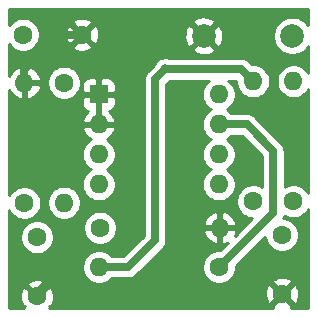
<source format=gbr>
%TF.GenerationSoftware,KiCad,Pcbnew,(5.1.6)-1*%
%TF.CreationDate,2022-09-30T16:18:59-07:00*%
%TF.ProjectId,Single VR Conditioner,53696e67-6c65-4205-9652-20436f6e6469,rev?*%
%TF.SameCoordinates,Original*%
%TF.FileFunction,Copper,L2,Bot*%
%TF.FilePolarity,Positive*%
%FSLAX46Y46*%
G04 Gerber Fmt 4.6, Leading zero omitted, Abs format (unit mm)*
G04 Created by KiCad (PCBNEW (5.1.6)-1) date 2022-09-30 16:18:59*
%MOMM*%
%LPD*%
G01*
G04 APERTURE LIST*
%TA.AperFunction,ComponentPad*%
%ADD10O,1.600000X1.600000*%
%TD*%
%TA.AperFunction,ComponentPad*%
%ADD11R,1.600000X1.600000*%
%TD*%
%TA.AperFunction,ComponentPad*%
%ADD12C,1.600000*%
%TD*%
%TA.AperFunction,ComponentPad*%
%ADD13C,2.000000*%
%TD*%
%TA.AperFunction,ViaPad*%
%ADD14C,0.800000*%
%TD*%
%TA.AperFunction,Conductor*%
%ADD15C,0.635000*%
%TD*%
%TA.AperFunction,Conductor*%
%ADD16C,0.254000*%
%TD*%
G04 APERTURE END LIST*
D10*
%TO.P,U2,8*%
%TO.N,Net-(U2-Pad8)*%
X144134840Y-85912960D03*
%TO.P,U2,4*%
%TO.N,Net-(U2-Pad4)*%
X133974840Y-93532960D03*
%TO.P,U2,7*%
%TO.N,Vout*%
X144134840Y-88452960D03*
%TO.P,U2,3*%
%TO.N,VR+*%
X133974840Y-90992960D03*
%TO.P,U2,6*%
%TO.N,Net-(U2-Pad6)*%
X144134840Y-90992960D03*
%TO.P,U2,2*%
%TO.N,VR-*%
X133974840Y-88452960D03*
%TO.P,U2,5*%
%TO.N,5Volt*%
X144134840Y-93532960D03*
D11*
%TO.P,U2,1*%
%TO.N,VR-*%
X133974840Y-85912960D03*
%TD*%
D12*
%TO.P,C1,2*%
%TO.N,VR-*%
X132579120Y-80853280D03*
%TO.P,C1,1*%
%TO.N,Net-(C1-Pad1)*%
X127579120Y-80853280D03*
%TD*%
%TO.P,C2,1*%
%TO.N,Net-(C2-Pad1)*%
X128747520Y-98003360D03*
%TO.P,C2,2*%
%TO.N,VR-*%
X128747520Y-103003360D03*
%TD*%
%TO.P,C3,1*%
%TO.N,5Volt*%
X149504400Y-97800160D03*
%TO.P,C3,2*%
%TO.N,VR-*%
X149504400Y-102800160D03*
%TD*%
D13*
%TO.P,C4,1*%
%TO.N,Net-(C4-Pad1)*%
X150368000Y-80954880D03*
%TO.P,C4,2*%
%TO.N,VR-*%
X142868000Y-80954880D03*
%TD*%
D10*
%TO.P,R1,2*%
%TO.N,VR-*%
X144236440Y-97195640D03*
D12*
%TO.P,R1,1*%
%TO.N,VR+*%
X134076440Y-97195640D03*
%TD*%
%TO.P,R2,1*%
%TO.N,Net-(C1-Pad1)*%
X131030980Y-84914740D03*
D10*
%TO.P,R2,2*%
%TO.N,VR+*%
X131030980Y-95074740D03*
%TD*%
%TO.P,R3,2*%
%TO.N,VR-*%
X127680720Y-84937600D03*
D12*
%TO.P,R3,1*%
%TO.N,Net-(C2-Pad1)*%
X127680720Y-95097600D03*
%TD*%
%TO.P,R4,1*%
%TO.N,5Volt*%
X147066000Y-94962980D03*
D10*
%TO.P,R4,2*%
%TO.N,Net-(R4-Pad2)*%
X147066000Y-84802980D03*
%TD*%
D12*
%TO.P,R5,1*%
%TO.N,5Volt*%
X150469600Y-94960440D03*
D10*
%TO.P,R5,2*%
%TO.N,Net-(C4-Pad1)*%
X150469600Y-84800440D03*
%TD*%
%TO.P,R6,2*%
%TO.N,Net-(R4-Pad2)*%
X134015480Y-100538280D03*
D12*
%TO.P,R6,1*%
%TO.N,Vout*%
X144175480Y-100538280D03*
%TD*%
D14*
%TO.N,Net-(R4-Pad2)*%
X139598400Y-83784440D03*
%TO.N,VR-*%
X130992880Y-97830640D03*
X132842000Y-95250000D03*
X146558000Y-91694000D03*
X150622000Y-89154000D03*
%TD*%
D15*
%TO.N,Net-(R4-Pad2)*%
X146047460Y-83784440D02*
X147066000Y-84802980D01*
X139598400Y-83784440D02*
X146047460Y-83784440D01*
X134015480Y-100538280D02*
X136469120Y-100538280D01*
X136469120Y-100538280D02*
X138755120Y-98252280D01*
X138755120Y-84627720D02*
X139598400Y-83784440D01*
X138755120Y-98252280D02*
X138755120Y-84627720D01*
%TO.N,VR-*%
X132579120Y-80853280D02*
X130688080Y-80853280D01*
X127680720Y-83860640D02*
X127680720Y-84937600D01*
X130688080Y-80853280D02*
X127680720Y-83860640D01*
X130992880Y-97830640D02*
X130992880Y-100497640D01*
X128747520Y-102743000D02*
X128747520Y-103003360D01*
X130992880Y-100497640D02*
X128747520Y-102743000D01*
%TO.N,Vout*%
X144134840Y-88452960D02*
X146507200Y-88452960D01*
X146507200Y-88452960D02*
X148762720Y-90708480D01*
X148762720Y-95951040D02*
X144175480Y-100538280D01*
X148762720Y-90708480D02*
X148762720Y-95951040D01*
%TD*%
D16*
%TO.N,VR-*%
G36*
X151740000Y-80065301D02*
G01*
X151637987Y-79912628D01*
X151410252Y-79684893D01*
X151142463Y-79505962D01*
X150844912Y-79382712D01*
X150529033Y-79319880D01*
X150206967Y-79319880D01*
X149891088Y-79382712D01*
X149593537Y-79505962D01*
X149325748Y-79684893D01*
X149098013Y-79912628D01*
X148919082Y-80180417D01*
X148795832Y-80477968D01*
X148733000Y-80793847D01*
X148733000Y-81115913D01*
X148795832Y-81431792D01*
X148919082Y-81729343D01*
X149098013Y-81997132D01*
X149325748Y-82224867D01*
X149593537Y-82403798D01*
X149891088Y-82527048D01*
X150206967Y-82589880D01*
X150529033Y-82589880D01*
X150844912Y-82527048D01*
X151142463Y-82403798D01*
X151410252Y-82224867D01*
X151637987Y-81997132D01*
X151740000Y-81844459D01*
X151740000Y-84118798D01*
X151584237Y-83885681D01*
X151384359Y-83685803D01*
X151149327Y-83528760D01*
X150888174Y-83420587D01*
X150610935Y-83365440D01*
X150328265Y-83365440D01*
X150051026Y-83420587D01*
X149789873Y-83528760D01*
X149554841Y-83685803D01*
X149354963Y-83885681D01*
X149197920Y-84120713D01*
X149089747Y-84381866D01*
X149034600Y-84659105D01*
X149034600Y-84941775D01*
X149089747Y-85219014D01*
X149197920Y-85480167D01*
X149354963Y-85715199D01*
X149554841Y-85915077D01*
X149789873Y-86072120D01*
X150051026Y-86180293D01*
X150328265Y-86235440D01*
X150610935Y-86235440D01*
X150888174Y-86180293D01*
X151149327Y-86072120D01*
X151384359Y-85915077D01*
X151584237Y-85715199D01*
X151740000Y-85482082D01*
X151740001Y-94278798D01*
X151584237Y-94045681D01*
X151384359Y-93845803D01*
X151149327Y-93688760D01*
X150888174Y-93580587D01*
X150610935Y-93525440D01*
X150328265Y-93525440D01*
X150051026Y-93580587D01*
X149789873Y-93688760D01*
X149715220Y-93738641D01*
X149715220Y-90755265D01*
X149719828Y-90708480D01*
X149701437Y-90521757D01*
X149646972Y-90342212D01*
X149646972Y-90342211D01*
X149558526Y-90176739D01*
X149439498Y-90031702D01*
X149403156Y-90001877D01*
X147213807Y-87812529D01*
X147183978Y-87776182D01*
X147038941Y-87657154D01*
X146873469Y-87568708D01*
X146693923Y-87514243D01*
X146553985Y-87500460D01*
X146507200Y-87495852D01*
X146460415Y-87500460D01*
X145211736Y-87500460D01*
X145049599Y-87338323D01*
X144817081Y-87182960D01*
X145049599Y-87027597D01*
X145249477Y-86827719D01*
X145406520Y-86592687D01*
X145514693Y-86331534D01*
X145569840Y-86054295D01*
X145569840Y-85771625D01*
X145514693Y-85494386D01*
X145406520Y-85233233D01*
X145249477Y-84998201D01*
X145049599Y-84798323D01*
X144957733Y-84736940D01*
X145631000Y-84736940D01*
X145631000Y-84944315D01*
X145686147Y-85221554D01*
X145794320Y-85482707D01*
X145951363Y-85717739D01*
X146151241Y-85917617D01*
X146386273Y-86074660D01*
X146647426Y-86182833D01*
X146924665Y-86237980D01*
X147207335Y-86237980D01*
X147484574Y-86182833D01*
X147745727Y-86074660D01*
X147980759Y-85917617D01*
X148180637Y-85717739D01*
X148337680Y-85482707D01*
X148445853Y-85221554D01*
X148501000Y-84944315D01*
X148501000Y-84661645D01*
X148445853Y-84384406D01*
X148337680Y-84123253D01*
X148180637Y-83888221D01*
X147980759Y-83688343D01*
X147745727Y-83531300D01*
X147484574Y-83423127D01*
X147207335Y-83367980D01*
X146978038Y-83367980D01*
X146754067Y-83144009D01*
X146724238Y-83107662D01*
X146579201Y-82988634D01*
X146413729Y-82900188D01*
X146234183Y-82845723D01*
X146094245Y-82831940D01*
X146047460Y-82827332D01*
X146000675Y-82831940D01*
X140003447Y-82831940D01*
X139900298Y-82789214D01*
X139700339Y-82749440D01*
X139496461Y-82749440D01*
X139296502Y-82789214D01*
X139108144Y-82867235D01*
X138938626Y-82980503D01*
X138794463Y-83124666D01*
X138681195Y-83294184D01*
X138638469Y-83397332D01*
X138114684Y-83921118D01*
X138078343Y-83950942D01*
X138048519Y-83987283D01*
X137959314Y-84095980D01*
X137870869Y-84261451D01*
X137816403Y-84440998D01*
X137798012Y-84627720D01*
X137802621Y-84674515D01*
X137802620Y-97857741D01*
X136074582Y-99585780D01*
X135092376Y-99585780D01*
X134930239Y-99423643D01*
X134695207Y-99266600D01*
X134434054Y-99158427D01*
X134156815Y-99103280D01*
X133874145Y-99103280D01*
X133596906Y-99158427D01*
X133335753Y-99266600D01*
X133100721Y-99423643D01*
X132900843Y-99623521D01*
X132743800Y-99858553D01*
X132635627Y-100119706D01*
X132580480Y-100396945D01*
X132580480Y-100679615D01*
X132635627Y-100956854D01*
X132743800Y-101218007D01*
X132900843Y-101453039D01*
X133100721Y-101652917D01*
X133335753Y-101809960D01*
X133596906Y-101918133D01*
X133874145Y-101973280D01*
X134156815Y-101973280D01*
X134434054Y-101918133D01*
X134695207Y-101809960D01*
X134930239Y-101652917D01*
X135092376Y-101490780D01*
X136422335Y-101490780D01*
X136469120Y-101495388D01*
X136515905Y-101490780D01*
X136655843Y-101476997D01*
X136835389Y-101422532D01*
X137000861Y-101334086D01*
X137145898Y-101215058D01*
X137175727Y-101178711D01*
X139395556Y-98958883D01*
X139431898Y-98929058D01*
X139550926Y-98784021D01*
X139639372Y-98618549D01*
X139693837Y-98439003D01*
X139707620Y-98299065D01*
X139707620Y-98299064D01*
X139712228Y-98252281D01*
X139707620Y-98205496D01*
X139707620Y-97544679D01*
X142844536Y-97544679D01*
X142885194Y-97678727D01*
X143005403Y-97933060D01*
X143172921Y-98159054D01*
X143381309Y-98348025D01*
X143622559Y-98492710D01*
X143887400Y-98587549D01*
X144109440Y-98466264D01*
X144109440Y-97322640D01*
X142966525Y-97322640D01*
X142844536Y-97544679D01*
X139707620Y-97544679D01*
X139707620Y-96846601D01*
X142844536Y-96846601D01*
X142966525Y-97068640D01*
X144109440Y-97068640D01*
X144109440Y-95925016D01*
X144363440Y-95925016D01*
X144363440Y-97068640D01*
X145506355Y-97068640D01*
X145628344Y-96846601D01*
X145587686Y-96712553D01*
X145467477Y-96458220D01*
X145299959Y-96232226D01*
X145091571Y-96043255D01*
X144850321Y-95898570D01*
X144585480Y-95803731D01*
X144363440Y-95925016D01*
X144109440Y-95925016D01*
X143887400Y-95803731D01*
X143622559Y-95898570D01*
X143381309Y-96043255D01*
X143172921Y-96232226D01*
X143005403Y-96458220D01*
X142885194Y-96712553D01*
X142844536Y-96846601D01*
X139707620Y-96846601D01*
X139707620Y-85022258D01*
X139985508Y-84744371D01*
X140003447Y-84736940D01*
X143311947Y-84736940D01*
X143220081Y-84798323D01*
X143020203Y-84998201D01*
X142863160Y-85233233D01*
X142754987Y-85494386D01*
X142699840Y-85771625D01*
X142699840Y-86054295D01*
X142754987Y-86331534D01*
X142863160Y-86592687D01*
X143020203Y-86827719D01*
X143220081Y-87027597D01*
X143452599Y-87182960D01*
X143220081Y-87338323D01*
X143020203Y-87538201D01*
X142863160Y-87773233D01*
X142754987Y-88034386D01*
X142699840Y-88311625D01*
X142699840Y-88594295D01*
X142754987Y-88871534D01*
X142863160Y-89132687D01*
X143020203Y-89367719D01*
X143220081Y-89567597D01*
X143452599Y-89722960D01*
X143220081Y-89878323D01*
X143020203Y-90078201D01*
X142863160Y-90313233D01*
X142754987Y-90574386D01*
X142699840Y-90851625D01*
X142699840Y-91134295D01*
X142754987Y-91411534D01*
X142863160Y-91672687D01*
X143020203Y-91907719D01*
X143220081Y-92107597D01*
X143452599Y-92262960D01*
X143220081Y-92418323D01*
X143020203Y-92618201D01*
X142863160Y-92853233D01*
X142754987Y-93114386D01*
X142699840Y-93391625D01*
X142699840Y-93674295D01*
X142754987Y-93951534D01*
X142863160Y-94212687D01*
X143020203Y-94447719D01*
X143220081Y-94647597D01*
X143455113Y-94804640D01*
X143716266Y-94912813D01*
X143993505Y-94967960D01*
X144276175Y-94967960D01*
X144553414Y-94912813D01*
X144814567Y-94804640D01*
X145049599Y-94647597D01*
X145249477Y-94447719D01*
X145406520Y-94212687D01*
X145514693Y-93951534D01*
X145569840Y-93674295D01*
X145569840Y-93391625D01*
X145514693Y-93114386D01*
X145406520Y-92853233D01*
X145249477Y-92618201D01*
X145049599Y-92418323D01*
X144817081Y-92262960D01*
X145049599Y-92107597D01*
X145249477Y-91907719D01*
X145406520Y-91672687D01*
X145514693Y-91411534D01*
X145569840Y-91134295D01*
X145569840Y-90851625D01*
X145514693Y-90574386D01*
X145406520Y-90313233D01*
X145249477Y-90078201D01*
X145049599Y-89878323D01*
X144817081Y-89722960D01*
X145049599Y-89567597D01*
X145211736Y-89405460D01*
X146112662Y-89405460D01*
X147810220Y-91103019D01*
X147810221Y-93734393D01*
X147745727Y-93691300D01*
X147484574Y-93583127D01*
X147207335Y-93527980D01*
X146924665Y-93527980D01*
X146647426Y-93583127D01*
X146386273Y-93691300D01*
X146151241Y-93848343D01*
X145951363Y-94048221D01*
X145794320Y-94283253D01*
X145686147Y-94544406D01*
X145631000Y-94821645D01*
X145631000Y-95104315D01*
X145686147Y-95381554D01*
X145794320Y-95642707D01*
X145951363Y-95877739D01*
X146151241Y-96077617D01*
X146386273Y-96234660D01*
X146647426Y-96342833D01*
X146924665Y-96397980D01*
X146968741Y-96397980D01*
X145497784Y-97868937D01*
X145587686Y-97678727D01*
X145628344Y-97544679D01*
X145506355Y-97322640D01*
X144363440Y-97322640D01*
X144363440Y-98466264D01*
X144585480Y-98587549D01*
X144850321Y-98492710D01*
X144909508Y-98457214D01*
X144263442Y-99103280D01*
X144034145Y-99103280D01*
X143756906Y-99158427D01*
X143495753Y-99266600D01*
X143260721Y-99423643D01*
X143060843Y-99623521D01*
X142903800Y-99858553D01*
X142795627Y-100119706D01*
X142740480Y-100396945D01*
X142740480Y-100679615D01*
X142795627Y-100956854D01*
X142903800Y-101218007D01*
X143060843Y-101453039D01*
X143260721Y-101652917D01*
X143495753Y-101809960D01*
X143756906Y-101918133D01*
X144034145Y-101973280D01*
X144316815Y-101973280D01*
X144594054Y-101918133D01*
X144855207Y-101809960D01*
X144858951Y-101807458D01*
X148691303Y-101807458D01*
X149504400Y-102620555D01*
X150317497Y-101807458D01*
X150245914Y-101563489D01*
X149990404Y-101442589D01*
X149716216Y-101373860D01*
X149433888Y-101359943D01*
X149154270Y-101401373D01*
X148888108Y-101496557D01*
X148762886Y-101563489D01*
X148691303Y-101807458D01*
X144858951Y-101807458D01*
X145090239Y-101652917D01*
X145290117Y-101453039D01*
X145447160Y-101218007D01*
X145555333Y-100956854D01*
X145610480Y-100679615D01*
X145610480Y-100450318D01*
X148077680Y-97983119D01*
X148124547Y-98218734D01*
X148232720Y-98479887D01*
X148389763Y-98714919D01*
X148589641Y-98914797D01*
X148824673Y-99071840D01*
X149085826Y-99180013D01*
X149363065Y-99235160D01*
X149645735Y-99235160D01*
X149922974Y-99180013D01*
X150184127Y-99071840D01*
X150419159Y-98914797D01*
X150619037Y-98714919D01*
X150776080Y-98479887D01*
X150884253Y-98218734D01*
X150939400Y-97941495D01*
X150939400Y-97658825D01*
X150884253Y-97381586D01*
X150776080Y-97120433D01*
X150619037Y-96885401D01*
X150419159Y-96685523D01*
X150184127Y-96528480D01*
X149922974Y-96420307D01*
X149645735Y-96365160D01*
X149621395Y-96365160D01*
X149646972Y-96317309D01*
X149692542Y-96167086D01*
X149789873Y-96232120D01*
X150051026Y-96340293D01*
X150328265Y-96395440D01*
X150610935Y-96395440D01*
X150888174Y-96340293D01*
X151149327Y-96232120D01*
X151384359Y-96075077D01*
X151584237Y-95875199D01*
X151740001Y-95642082D01*
X151740001Y-103988000D01*
X150260242Y-103988000D01*
X150317497Y-103792862D01*
X149504400Y-102979765D01*
X148691303Y-103792862D01*
X148748558Y-103988000D01*
X129801227Y-103988000D01*
X129856497Y-103932730D01*
X129740224Y-103816457D01*
X129984191Y-103744874D01*
X130105091Y-103489364D01*
X130173820Y-103215176D01*
X130187737Y-102932848D01*
X130178525Y-102870672D01*
X148064183Y-102870672D01*
X148105613Y-103150290D01*
X148200797Y-103416452D01*
X148267729Y-103541674D01*
X148511698Y-103613257D01*
X149324795Y-102800160D01*
X149684005Y-102800160D01*
X150497102Y-103613257D01*
X150741071Y-103541674D01*
X150861971Y-103286164D01*
X150930700Y-103011976D01*
X150944617Y-102729648D01*
X150903187Y-102450030D01*
X150808003Y-102183868D01*
X150741071Y-102058646D01*
X150497102Y-101987063D01*
X149684005Y-102800160D01*
X149324795Y-102800160D01*
X148511698Y-101987063D01*
X148267729Y-102058646D01*
X148146829Y-102314156D01*
X148078100Y-102588344D01*
X148064183Y-102870672D01*
X130178525Y-102870672D01*
X130146307Y-102653230D01*
X130051123Y-102387068D01*
X129984191Y-102261846D01*
X129740222Y-102190263D01*
X128927125Y-103003360D01*
X128941268Y-103017503D01*
X128761663Y-103197108D01*
X128747520Y-103182965D01*
X128733378Y-103197108D01*
X128553773Y-103017503D01*
X128567915Y-103003360D01*
X127754818Y-102190263D01*
X127510849Y-102261846D01*
X127389949Y-102517356D01*
X127321220Y-102791544D01*
X127307303Y-103073872D01*
X127348733Y-103353490D01*
X127443917Y-103619652D01*
X127510849Y-103744874D01*
X127754816Y-103816457D01*
X127638543Y-103932730D01*
X127693813Y-103988000D01*
X126390000Y-103988000D01*
X126390000Y-102010658D01*
X127934423Y-102010658D01*
X128747520Y-102823755D01*
X129560617Y-102010658D01*
X129489034Y-101766689D01*
X129233524Y-101645789D01*
X128959336Y-101577060D01*
X128677008Y-101563143D01*
X128397390Y-101604573D01*
X128131228Y-101699757D01*
X128006006Y-101766689D01*
X127934423Y-102010658D01*
X126390000Y-102010658D01*
X126390000Y-97862025D01*
X127312520Y-97862025D01*
X127312520Y-98144695D01*
X127367667Y-98421934D01*
X127475840Y-98683087D01*
X127632883Y-98918119D01*
X127832761Y-99117997D01*
X128067793Y-99275040D01*
X128328946Y-99383213D01*
X128606185Y-99438360D01*
X128888855Y-99438360D01*
X129166094Y-99383213D01*
X129427247Y-99275040D01*
X129662279Y-99117997D01*
X129862157Y-98918119D01*
X130019200Y-98683087D01*
X130127373Y-98421934D01*
X130182520Y-98144695D01*
X130182520Y-97862025D01*
X130127373Y-97584786D01*
X130019200Y-97323633D01*
X129862157Y-97088601D01*
X129827861Y-97054305D01*
X132641440Y-97054305D01*
X132641440Y-97336975D01*
X132696587Y-97614214D01*
X132804760Y-97875367D01*
X132961803Y-98110399D01*
X133161681Y-98310277D01*
X133396713Y-98467320D01*
X133657866Y-98575493D01*
X133935105Y-98630640D01*
X134217775Y-98630640D01*
X134495014Y-98575493D01*
X134756167Y-98467320D01*
X134991199Y-98310277D01*
X135191077Y-98110399D01*
X135348120Y-97875367D01*
X135456293Y-97614214D01*
X135511440Y-97336975D01*
X135511440Y-97054305D01*
X135456293Y-96777066D01*
X135348120Y-96515913D01*
X135191077Y-96280881D01*
X134991199Y-96081003D01*
X134756167Y-95923960D01*
X134495014Y-95815787D01*
X134217775Y-95760640D01*
X133935105Y-95760640D01*
X133657866Y-95815787D01*
X133396713Y-95923960D01*
X133161681Y-96081003D01*
X132961803Y-96280881D01*
X132804760Y-96515913D01*
X132696587Y-96777066D01*
X132641440Y-97054305D01*
X129827861Y-97054305D01*
X129662279Y-96888723D01*
X129427247Y-96731680D01*
X129166094Y-96623507D01*
X128888855Y-96568360D01*
X128606185Y-96568360D01*
X128328946Y-96623507D01*
X128067793Y-96731680D01*
X127832761Y-96888723D01*
X127632883Y-97088601D01*
X127475840Y-97323633D01*
X127367667Y-97584786D01*
X127312520Y-97862025D01*
X126390000Y-97862025D01*
X126390000Y-95731360D01*
X126409040Y-95777327D01*
X126566083Y-96012359D01*
X126765961Y-96212237D01*
X127000993Y-96369280D01*
X127262146Y-96477453D01*
X127539385Y-96532600D01*
X127822055Y-96532600D01*
X128099294Y-96477453D01*
X128360447Y-96369280D01*
X128595479Y-96212237D01*
X128795357Y-96012359D01*
X128952400Y-95777327D01*
X129060573Y-95516174D01*
X129115720Y-95238935D01*
X129115720Y-94956265D01*
X129111173Y-94933405D01*
X129595980Y-94933405D01*
X129595980Y-95216075D01*
X129651127Y-95493314D01*
X129759300Y-95754467D01*
X129916343Y-95989499D01*
X130116221Y-96189377D01*
X130351253Y-96346420D01*
X130612406Y-96454593D01*
X130889645Y-96509740D01*
X131172315Y-96509740D01*
X131449554Y-96454593D01*
X131710707Y-96346420D01*
X131945739Y-96189377D01*
X132145617Y-95989499D01*
X132302660Y-95754467D01*
X132410833Y-95493314D01*
X132465980Y-95216075D01*
X132465980Y-94933405D01*
X132410833Y-94656166D01*
X132302660Y-94395013D01*
X132145617Y-94159981D01*
X131945739Y-93960103D01*
X131710707Y-93803060D01*
X131449554Y-93694887D01*
X131172315Y-93639740D01*
X130889645Y-93639740D01*
X130612406Y-93694887D01*
X130351253Y-93803060D01*
X130116221Y-93960103D01*
X129916343Y-94159981D01*
X129759300Y-94395013D01*
X129651127Y-94656166D01*
X129595980Y-94933405D01*
X129111173Y-94933405D01*
X129060573Y-94679026D01*
X128952400Y-94417873D01*
X128795357Y-94182841D01*
X128595479Y-93982963D01*
X128360447Y-93825920D01*
X128099294Y-93717747D01*
X127822055Y-93662600D01*
X127539385Y-93662600D01*
X127262146Y-93717747D01*
X127000993Y-93825920D01*
X126765961Y-93982963D01*
X126566083Y-94182841D01*
X126409040Y-94417873D01*
X126390000Y-94463840D01*
X126390000Y-90851625D01*
X132539840Y-90851625D01*
X132539840Y-91134295D01*
X132594987Y-91411534D01*
X132703160Y-91672687D01*
X132860203Y-91907719D01*
X133060081Y-92107597D01*
X133292599Y-92262960D01*
X133060081Y-92418323D01*
X132860203Y-92618201D01*
X132703160Y-92853233D01*
X132594987Y-93114386D01*
X132539840Y-93391625D01*
X132539840Y-93674295D01*
X132594987Y-93951534D01*
X132703160Y-94212687D01*
X132860203Y-94447719D01*
X133060081Y-94647597D01*
X133295113Y-94804640D01*
X133556266Y-94912813D01*
X133833505Y-94967960D01*
X134116175Y-94967960D01*
X134393414Y-94912813D01*
X134654567Y-94804640D01*
X134889599Y-94647597D01*
X135089477Y-94447719D01*
X135246520Y-94212687D01*
X135354693Y-93951534D01*
X135409840Y-93674295D01*
X135409840Y-93391625D01*
X135354693Y-93114386D01*
X135246520Y-92853233D01*
X135089477Y-92618201D01*
X134889599Y-92418323D01*
X134657081Y-92262960D01*
X134889599Y-92107597D01*
X135089477Y-91907719D01*
X135246520Y-91672687D01*
X135354693Y-91411534D01*
X135409840Y-91134295D01*
X135409840Y-90851625D01*
X135354693Y-90574386D01*
X135246520Y-90313233D01*
X135089477Y-90078201D01*
X134889599Y-89878323D01*
X134654567Y-89721280D01*
X134643975Y-89716893D01*
X134829971Y-89605345D01*
X135038359Y-89416374D01*
X135205877Y-89190380D01*
X135326086Y-88936047D01*
X135366744Y-88801999D01*
X135244755Y-88579960D01*
X134101840Y-88579960D01*
X134101840Y-88599960D01*
X133847840Y-88599960D01*
X133847840Y-88579960D01*
X132704925Y-88579960D01*
X132582936Y-88801999D01*
X132623594Y-88936047D01*
X132743803Y-89190380D01*
X132911321Y-89416374D01*
X133119709Y-89605345D01*
X133305705Y-89716893D01*
X133295113Y-89721280D01*
X133060081Y-89878323D01*
X132860203Y-90078201D01*
X132703160Y-90313233D01*
X132594987Y-90574386D01*
X132539840Y-90851625D01*
X126390000Y-90851625D01*
X126390000Y-86712960D01*
X132536768Y-86712960D01*
X132549028Y-86837442D01*
X132585338Y-86957140D01*
X132644303Y-87067454D01*
X132723655Y-87164145D01*
X132820346Y-87243497D01*
X132930660Y-87302462D01*
X133050358Y-87338772D01*
X133074920Y-87341191D01*
X132911321Y-87489546D01*
X132743803Y-87715540D01*
X132623594Y-87969873D01*
X132582936Y-88103921D01*
X132704925Y-88325960D01*
X133847840Y-88325960D01*
X133847840Y-86039960D01*
X134101840Y-86039960D01*
X134101840Y-88325960D01*
X135244755Y-88325960D01*
X135366744Y-88103921D01*
X135326086Y-87969873D01*
X135205877Y-87715540D01*
X135038359Y-87489546D01*
X134874760Y-87341191D01*
X134899322Y-87338772D01*
X135019020Y-87302462D01*
X135129334Y-87243497D01*
X135226025Y-87164145D01*
X135305377Y-87067454D01*
X135364342Y-86957140D01*
X135400652Y-86837442D01*
X135412912Y-86712960D01*
X135409840Y-86198710D01*
X135251090Y-86039960D01*
X134101840Y-86039960D01*
X133847840Y-86039960D01*
X132698590Y-86039960D01*
X132539840Y-86198710D01*
X132536768Y-86712960D01*
X126390000Y-86712960D01*
X126390000Y-85562069D01*
X126528335Y-85792731D01*
X126717306Y-86001119D01*
X126943300Y-86168637D01*
X127197633Y-86288846D01*
X127331681Y-86329504D01*
X127553720Y-86207515D01*
X127553720Y-85064600D01*
X127807720Y-85064600D01*
X127807720Y-86207515D01*
X128029759Y-86329504D01*
X128163807Y-86288846D01*
X128418140Y-86168637D01*
X128644134Y-86001119D01*
X128833105Y-85792731D01*
X128977790Y-85551481D01*
X129072629Y-85286640D01*
X128951344Y-85064600D01*
X127807720Y-85064600D01*
X127553720Y-85064600D01*
X127533720Y-85064600D01*
X127533720Y-84810600D01*
X127553720Y-84810600D01*
X127553720Y-83667685D01*
X127807720Y-83667685D01*
X127807720Y-84810600D01*
X128951344Y-84810600D01*
X128971661Y-84773405D01*
X129595980Y-84773405D01*
X129595980Y-85056075D01*
X129651127Y-85333314D01*
X129759300Y-85594467D01*
X129916343Y-85829499D01*
X130116221Y-86029377D01*
X130351253Y-86186420D01*
X130612406Y-86294593D01*
X130889645Y-86349740D01*
X131172315Y-86349740D01*
X131449554Y-86294593D01*
X131710707Y-86186420D01*
X131945739Y-86029377D01*
X132145617Y-85829499D01*
X132302660Y-85594467D01*
X132410833Y-85333314D01*
X132454664Y-85112960D01*
X132536768Y-85112960D01*
X132539840Y-85627210D01*
X132698590Y-85785960D01*
X133847840Y-85785960D01*
X133847840Y-84636710D01*
X134101840Y-84636710D01*
X134101840Y-85785960D01*
X135251090Y-85785960D01*
X135409840Y-85627210D01*
X135412912Y-85112960D01*
X135400652Y-84988478D01*
X135364342Y-84868780D01*
X135305377Y-84758466D01*
X135226025Y-84661775D01*
X135129334Y-84582423D01*
X135019020Y-84523458D01*
X134899322Y-84487148D01*
X134774840Y-84474888D01*
X134260590Y-84477960D01*
X134101840Y-84636710D01*
X133847840Y-84636710D01*
X133689090Y-84477960D01*
X133174840Y-84474888D01*
X133050358Y-84487148D01*
X132930660Y-84523458D01*
X132820346Y-84582423D01*
X132723655Y-84661775D01*
X132644303Y-84758466D01*
X132585338Y-84868780D01*
X132549028Y-84988478D01*
X132536768Y-85112960D01*
X132454664Y-85112960D01*
X132465980Y-85056075D01*
X132465980Y-84773405D01*
X132410833Y-84496166D01*
X132302660Y-84235013D01*
X132145617Y-83999981D01*
X131945739Y-83800103D01*
X131710707Y-83643060D01*
X131449554Y-83534887D01*
X131172315Y-83479740D01*
X130889645Y-83479740D01*
X130612406Y-83534887D01*
X130351253Y-83643060D01*
X130116221Y-83800103D01*
X129916343Y-83999981D01*
X129759300Y-84235013D01*
X129651127Y-84496166D01*
X129595980Y-84773405D01*
X128971661Y-84773405D01*
X129072629Y-84588560D01*
X128977790Y-84323719D01*
X128833105Y-84082469D01*
X128644134Y-83874081D01*
X128418140Y-83706563D01*
X128163807Y-83586354D01*
X128029759Y-83545696D01*
X127807720Y-83667685D01*
X127553720Y-83667685D01*
X127331681Y-83545696D01*
X127197633Y-83586354D01*
X126943300Y-83706563D01*
X126717306Y-83874081D01*
X126528335Y-84082469D01*
X126390000Y-84313131D01*
X126390000Y-81656567D01*
X126464483Y-81768039D01*
X126664361Y-81967917D01*
X126899393Y-82124960D01*
X127160546Y-82233133D01*
X127437785Y-82288280D01*
X127720455Y-82288280D01*
X127997694Y-82233133D01*
X128258847Y-82124960D01*
X128493879Y-81967917D01*
X128615814Y-81845982D01*
X131766023Y-81845982D01*
X131837606Y-82089951D01*
X132093116Y-82210851D01*
X132367304Y-82279580D01*
X132649632Y-82293497D01*
X132929250Y-82252067D01*
X133195412Y-82156883D01*
X133319994Y-82090293D01*
X141912192Y-82090293D01*
X142007956Y-82354694D01*
X142297571Y-82495584D01*
X142609108Y-82577264D01*
X142930595Y-82596598D01*
X143249675Y-82552841D01*
X143554088Y-82447675D01*
X143728044Y-82354694D01*
X143823808Y-82090293D01*
X142868000Y-81134485D01*
X141912192Y-82090293D01*
X133319994Y-82090293D01*
X133320634Y-82089951D01*
X133392217Y-81845982D01*
X132579120Y-81032885D01*
X131766023Y-81845982D01*
X128615814Y-81845982D01*
X128693757Y-81768039D01*
X128850800Y-81533007D01*
X128958973Y-81271854D01*
X129014120Y-80994615D01*
X129014120Y-80923792D01*
X131138903Y-80923792D01*
X131180333Y-81203410D01*
X131275517Y-81469572D01*
X131342449Y-81594794D01*
X131586418Y-81666377D01*
X132399515Y-80853280D01*
X132758725Y-80853280D01*
X133571822Y-81666377D01*
X133815791Y-81594794D01*
X133936691Y-81339284D01*
X134005420Y-81065096D01*
X134007767Y-81017475D01*
X141226282Y-81017475D01*
X141270039Y-81336555D01*
X141375205Y-81640968D01*
X141468186Y-81814924D01*
X141732587Y-81910688D01*
X142688395Y-80954880D01*
X143047605Y-80954880D01*
X144003413Y-81910688D01*
X144267814Y-81814924D01*
X144408704Y-81525309D01*
X144490384Y-81213772D01*
X144509718Y-80892285D01*
X144465961Y-80573205D01*
X144360795Y-80268792D01*
X144267814Y-80094836D01*
X144003413Y-79999072D01*
X143047605Y-80954880D01*
X142688395Y-80954880D01*
X141732587Y-79999072D01*
X141468186Y-80094836D01*
X141327296Y-80384451D01*
X141245616Y-80695988D01*
X141226282Y-81017475D01*
X134007767Y-81017475D01*
X134019337Y-80782768D01*
X133977907Y-80503150D01*
X133882723Y-80236988D01*
X133815791Y-80111766D01*
X133571822Y-80040183D01*
X132758725Y-80853280D01*
X132399515Y-80853280D01*
X131586418Y-80040183D01*
X131342449Y-80111766D01*
X131221549Y-80367276D01*
X131152820Y-80641464D01*
X131138903Y-80923792D01*
X129014120Y-80923792D01*
X129014120Y-80711945D01*
X128958973Y-80434706D01*
X128850800Y-80173553D01*
X128693757Y-79938521D01*
X128615814Y-79860578D01*
X131766023Y-79860578D01*
X132579120Y-80673675D01*
X133392217Y-79860578D01*
X133380155Y-79819467D01*
X141912192Y-79819467D01*
X142868000Y-80775275D01*
X143823808Y-79819467D01*
X143728044Y-79555066D01*
X143438429Y-79414176D01*
X143126892Y-79332496D01*
X142805405Y-79313162D01*
X142486325Y-79356919D01*
X142181912Y-79462085D01*
X142007956Y-79555066D01*
X141912192Y-79819467D01*
X133380155Y-79819467D01*
X133320634Y-79616609D01*
X133065124Y-79495709D01*
X132790936Y-79426980D01*
X132508608Y-79413063D01*
X132228990Y-79454493D01*
X131962828Y-79549677D01*
X131837606Y-79616609D01*
X131766023Y-79860578D01*
X128615814Y-79860578D01*
X128493879Y-79738643D01*
X128258847Y-79581600D01*
X127997694Y-79473427D01*
X127720455Y-79418280D01*
X127437785Y-79418280D01*
X127160546Y-79473427D01*
X126899393Y-79581600D01*
X126664361Y-79738643D01*
X126464483Y-79938521D01*
X126390000Y-80049993D01*
X126390000Y-78638000D01*
X151740000Y-78638000D01*
X151740000Y-80065301D01*
G37*
X151740000Y-80065301D02*
X151637987Y-79912628D01*
X151410252Y-79684893D01*
X151142463Y-79505962D01*
X150844912Y-79382712D01*
X150529033Y-79319880D01*
X150206967Y-79319880D01*
X149891088Y-79382712D01*
X149593537Y-79505962D01*
X149325748Y-79684893D01*
X149098013Y-79912628D01*
X148919082Y-80180417D01*
X148795832Y-80477968D01*
X148733000Y-80793847D01*
X148733000Y-81115913D01*
X148795832Y-81431792D01*
X148919082Y-81729343D01*
X149098013Y-81997132D01*
X149325748Y-82224867D01*
X149593537Y-82403798D01*
X149891088Y-82527048D01*
X150206967Y-82589880D01*
X150529033Y-82589880D01*
X150844912Y-82527048D01*
X151142463Y-82403798D01*
X151410252Y-82224867D01*
X151637987Y-81997132D01*
X151740000Y-81844459D01*
X151740000Y-84118798D01*
X151584237Y-83885681D01*
X151384359Y-83685803D01*
X151149327Y-83528760D01*
X150888174Y-83420587D01*
X150610935Y-83365440D01*
X150328265Y-83365440D01*
X150051026Y-83420587D01*
X149789873Y-83528760D01*
X149554841Y-83685803D01*
X149354963Y-83885681D01*
X149197920Y-84120713D01*
X149089747Y-84381866D01*
X149034600Y-84659105D01*
X149034600Y-84941775D01*
X149089747Y-85219014D01*
X149197920Y-85480167D01*
X149354963Y-85715199D01*
X149554841Y-85915077D01*
X149789873Y-86072120D01*
X150051026Y-86180293D01*
X150328265Y-86235440D01*
X150610935Y-86235440D01*
X150888174Y-86180293D01*
X151149327Y-86072120D01*
X151384359Y-85915077D01*
X151584237Y-85715199D01*
X151740000Y-85482082D01*
X151740001Y-94278798D01*
X151584237Y-94045681D01*
X151384359Y-93845803D01*
X151149327Y-93688760D01*
X150888174Y-93580587D01*
X150610935Y-93525440D01*
X150328265Y-93525440D01*
X150051026Y-93580587D01*
X149789873Y-93688760D01*
X149715220Y-93738641D01*
X149715220Y-90755265D01*
X149719828Y-90708480D01*
X149701437Y-90521757D01*
X149646972Y-90342212D01*
X149646972Y-90342211D01*
X149558526Y-90176739D01*
X149439498Y-90031702D01*
X149403156Y-90001877D01*
X147213807Y-87812529D01*
X147183978Y-87776182D01*
X147038941Y-87657154D01*
X146873469Y-87568708D01*
X146693923Y-87514243D01*
X146553985Y-87500460D01*
X146507200Y-87495852D01*
X146460415Y-87500460D01*
X145211736Y-87500460D01*
X145049599Y-87338323D01*
X144817081Y-87182960D01*
X145049599Y-87027597D01*
X145249477Y-86827719D01*
X145406520Y-86592687D01*
X145514693Y-86331534D01*
X145569840Y-86054295D01*
X145569840Y-85771625D01*
X145514693Y-85494386D01*
X145406520Y-85233233D01*
X145249477Y-84998201D01*
X145049599Y-84798323D01*
X144957733Y-84736940D01*
X145631000Y-84736940D01*
X145631000Y-84944315D01*
X145686147Y-85221554D01*
X145794320Y-85482707D01*
X145951363Y-85717739D01*
X146151241Y-85917617D01*
X146386273Y-86074660D01*
X146647426Y-86182833D01*
X146924665Y-86237980D01*
X147207335Y-86237980D01*
X147484574Y-86182833D01*
X147745727Y-86074660D01*
X147980759Y-85917617D01*
X148180637Y-85717739D01*
X148337680Y-85482707D01*
X148445853Y-85221554D01*
X148501000Y-84944315D01*
X148501000Y-84661645D01*
X148445853Y-84384406D01*
X148337680Y-84123253D01*
X148180637Y-83888221D01*
X147980759Y-83688343D01*
X147745727Y-83531300D01*
X147484574Y-83423127D01*
X147207335Y-83367980D01*
X146978038Y-83367980D01*
X146754067Y-83144009D01*
X146724238Y-83107662D01*
X146579201Y-82988634D01*
X146413729Y-82900188D01*
X146234183Y-82845723D01*
X146094245Y-82831940D01*
X146047460Y-82827332D01*
X146000675Y-82831940D01*
X140003447Y-82831940D01*
X139900298Y-82789214D01*
X139700339Y-82749440D01*
X139496461Y-82749440D01*
X139296502Y-82789214D01*
X139108144Y-82867235D01*
X138938626Y-82980503D01*
X138794463Y-83124666D01*
X138681195Y-83294184D01*
X138638469Y-83397332D01*
X138114684Y-83921118D01*
X138078343Y-83950942D01*
X138048519Y-83987283D01*
X137959314Y-84095980D01*
X137870869Y-84261451D01*
X137816403Y-84440998D01*
X137798012Y-84627720D01*
X137802621Y-84674515D01*
X137802620Y-97857741D01*
X136074582Y-99585780D01*
X135092376Y-99585780D01*
X134930239Y-99423643D01*
X134695207Y-99266600D01*
X134434054Y-99158427D01*
X134156815Y-99103280D01*
X133874145Y-99103280D01*
X133596906Y-99158427D01*
X133335753Y-99266600D01*
X133100721Y-99423643D01*
X132900843Y-99623521D01*
X132743800Y-99858553D01*
X132635627Y-100119706D01*
X132580480Y-100396945D01*
X132580480Y-100679615D01*
X132635627Y-100956854D01*
X132743800Y-101218007D01*
X132900843Y-101453039D01*
X133100721Y-101652917D01*
X133335753Y-101809960D01*
X133596906Y-101918133D01*
X133874145Y-101973280D01*
X134156815Y-101973280D01*
X134434054Y-101918133D01*
X134695207Y-101809960D01*
X134930239Y-101652917D01*
X135092376Y-101490780D01*
X136422335Y-101490780D01*
X136469120Y-101495388D01*
X136515905Y-101490780D01*
X136655843Y-101476997D01*
X136835389Y-101422532D01*
X137000861Y-101334086D01*
X137145898Y-101215058D01*
X137175727Y-101178711D01*
X139395556Y-98958883D01*
X139431898Y-98929058D01*
X139550926Y-98784021D01*
X139639372Y-98618549D01*
X139693837Y-98439003D01*
X139707620Y-98299065D01*
X139707620Y-98299064D01*
X139712228Y-98252281D01*
X139707620Y-98205496D01*
X139707620Y-97544679D01*
X142844536Y-97544679D01*
X142885194Y-97678727D01*
X143005403Y-97933060D01*
X143172921Y-98159054D01*
X143381309Y-98348025D01*
X143622559Y-98492710D01*
X143887400Y-98587549D01*
X144109440Y-98466264D01*
X144109440Y-97322640D01*
X142966525Y-97322640D01*
X142844536Y-97544679D01*
X139707620Y-97544679D01*
X139707620Y-96846601D01*
X142844536Y-96846601D01*
X142966525Y-97068640D01*
X144109440Y-97068640D01*
X144109440Y-95925016D01*
X144363440Y-95925016D01*
X144363440Y-97068640D01*
X145506355Y-97068640D01*
X145628344Y-96846601D01*
X145587686Y-96712553D01*
X145467477Y-96458220D01*
X145299959Y-96232226D01*
X145091571Y-96043255D01*
X144850321Y-95898570D01*
X144585480Y-95803731D01*
X144363440Y-95925016D01*
X144109440Y-95925016D01*
X143887400Y-95803731D01*
X143622559Y-95898570D01*
X143381309Y-96043255D01*
X143172921Y-96232226D01*
X143005403Y-96458220D01*
X142885194Y-96712553D01*
X142844536Y-96846601D01*
X139707620Y-96846601D01*
X139707620Y-85022258D01*
X139985508Y-84744371D01*
X140003447Y-84736940D01*
X143311947Y-84736940D01*
X143220081Y-84798323D01*
X143020203Y-84998201D01*
X142863160Y-85233233D01*
X142754987Y-85494386D01*
X142699840Y-85771625D01*
X142699840Y-86054295D01*
X142754987Y-86331534D01*
X142863160Y-86592687D01*
X143020203Y-86827719D01*
X143220081Y-87027597D01*
X143452599Y-87182960D01*
X143220081Y-87338323D01*
X143020203Y-87538201D01*
X142863160Y-87773233D01*
X142754987Y-88034386D01*
X142699840Y-88311625D01*
X142699840Y-88594295D01*
X142754987Y-88871534D01*
X142863160Y-89132687D01*
X143020203Y-89367719D01*
X143220081Y-89567597D01*
X143452599Y-89722960D01*
X143220081Y-89878323D01*
X143020203Y-90078201D01*
X142863160Y-90313233D01*
X142754987Y-90574386D01*
X142699840Y-90851625D01*
X142699840Y-91134295D01*
X142754987Y-91411534D01*
X142863160Y-91672687D01*
X143020203Y-91907719D01*
X143220081Y-92107597D01*
X143452599Y-92262960D01*
X143220081Y-92418323D01*
X143020203Y-92618201D01*
X142863160Y-92853233D01*
X142754987Y-93114386D01*
X142699840Y-93391625D01*
X142699840Y-93674295D01*
X142754987Y-93951534D01*
X142863160Y-94212687D01*
X143020203Y-94447719D01*
X143220081Y-94647597D01*
X143455113Y-94804640D01*
X143716266Y-94912813D01*
X143993505Y-94967960D01*
X144276175Y-94967960D01*
X144553414Y-94912813D01*
X144814567Y-94804640D01*
X145049599Y-94647597D01*
X145249477Y-94447719D01*
X145406520Y-94212687D01*
X145514693Y-93951534D01*
X145569840Y-93674295D01*
X145569840Y-93391625D01*
X145514693Y-93114386D01*
X145406520Y-92853233D01*
X145249477Y-92618201D01*
X145049599Y-92418323D01*
X144817081Y-92262960D01*
X145049599Y-92107597D01*
X145249477Y-91907719D01*
X145406520Y-91672687D01*
X145514693Y-91411534D01*
X145569840Y-91134295D01*
X145569840Y-90851625D01*
X145514693Y-90574386D01*
X145406520Y-90313233D01*
X145249477Y-90078201D01*
X145049599Y-89878323D01*
X144817081Y-89722960D01*
X145049599Y-89567597D01*
X145211736Y-89405460D01*
X146112662Y-89405460D01*
X147810220Y-91103019D01*
X147810221Y-93734393D01*
X147745727Y-93691300D01*
X147484574Y-93583127D01*
X147207335Y-93527980D01*
X146924665Y-93527980D01*
X146647426Y-93583127D01*
X146386273Y-93691300D01*
X146151241Y-93848343D01*
X145951363Y-94048221D01*
X145794320Y-94283253D01*
X145686147Y-94544406D01*
X145631000Y-94821645D01*
X145631000Y-95104315D01*
X145686147Y-95381554D01*
X145794320Y-95642707D01*
X145951363Y-95877739D01*
X146151241Y-96077617D01*
X146386273Y-96234660D01*
X146647426Y-96342833D01*
X146924665Y-96397980D01*
X146968741Y-96397980D01*
X145497784Y-97868937D01*
X145587686Y-97678727D01*
X145628344Y-97544679D01*
X145506355Y-97322640D01*
X144363440Y-97322640D01*
X144363440Y-98466264D01*
X144585480Y-98587549D01*
X144850321Y-98492710D01*
X144909508Y-98457214D01*
X144263442Y-99103280D01*
X144034145Y-99103280D01*
X143756906Y-99158427D01*
X143495753Y-99266600D01*
X143260721Y-99423643D01*
X143060843Y-99623521D01*
X142903800Y-99858553D01*
X142795627Y-100119706D01*
X142740480Y-100396945D01*
X142740480Y-100679615D01*
X142795627Y-100956854D01*
X142903800Y-101218007D01*
X143060843Y-101453039D01*
X143260721Y-101652917D01*
X143495753Y-101809960D01*
X143756906Y-101918133D01*
X144034145Y-101973280D01*
X144316815Y-101973280D01*
X144594054Y-101918133D01*
X144855207Y-101809960D01*
X144858951Y-101807458D01*
X148691303Y-101807458D01*
X149504400Y-102620555D01*
X150317497Y-101807458D01*
X150245914Y-101563489D01*
X149990404Y-101442589D01*
X149716216Y-101373860D01*
X149433888Y-101359943D01*
X149154270Y-101401373D01*
X148888108Y-101496557D01*
X148762886Y-101563489D01*
X148691303Y-101807458D01*
X144858951Y-101807458D01*
X145090239Y-101652917D01*
X145290117Y-101453039D01*
X145447160Y-101218007D01*
X145555333Y-100956854D01*
X145610480Y-100679615D01*
X145610480Y-100450318D01*
X148077680Y-97983119D01*
X148124547Y-98218734D01*
X148232720Y-98479887D01*
X148389763Y-98714919D01*
X148589641Y-98914797D01*
X148824673Y-99071840D01*
X149085826Y-99180013D01*
X149363065Y-99235160D01*
X149645735Y-99235160D01*
X149922974Y-99180013D01*
X150184127Y-99071840D01*
X150419159Y-98914797D01*
X150619037Y-98714919D01*
X150776080Y-98479887D01*
X150884253Y-98218734D01*
X150939400Y-97941495D01*
X150939400Y-97658825D01*
X150884253Y-97381586D01*
X150776080Y-97120433D01*
X150619037Y-96885401D01*
X150419159Y-96685523D01*
X150184127Y-96528480D01*
X149922974Y-96420307D01*
X149645735Y-96365160D01*
X149621395Y-96365160D01*
X149646972Y-96317309D01*
X149692542Y-96167086D01*
X149789873Y-96232120D01*
X150051026Y-96340293D01*
X150328265Y-96395440D01*
X150610935Y-96395440D01*
X150888174Y-96340293D01*
X151149327Y-96232120D01*
X151384359Y-96075077D01*
X151584237Y-95875199D01*
X151740001Y-95642082D01*
X151740001Y-103988000D01*
X150260242Y-103988000D01*
X150317497Y-103792862D01*
X149504400Y-102979765D01*
X148691303Y-103792862D01*
X148748558Y-103988000D01*
X129801227Y-103988000D01*
X129856497Y-103932730D01*
X129740224Y-103816457D01*
X129984191Y-103744874D01*
X130105091Y-103489364D01*
X130173820Y-103215176D01*
X130187737Y-102932848D01*
X130178525Y-102870672D01*
X148064183Y-102870672D01*
X148105613Y-103150290D01*
X148200797Y-103416452D01*
X148267729Y-103541674D01*
X148511698Y-103613257D01*
X149324795Y-102800160D01*
X149684005Y-102800160D01*
X150497102Y-103613257D01*
X150741071Y-103541674D01*
X150861971Y-103286164D01*
X150930700Y-103011976D01*
X150944617Y-102729648D01*
X150903187Y-102450030D01*
X150808003Y-102183868D01*
X150741071Y-102058646D01*
X150497102Y-101987063D01*
X149684005Y-102800160D01*
X149324795Y-102800160D01*
X148511698Y-101987063D01*
X148267729Y-102058646D01*
X148146829Y-102314156D01*
X148078100Y-102588344D01*
X148064183Y-102870672D01*
X130178525Y-102870672D01*
X130146307Y-102653230D01*
X130051123Y-102387068D01*
X129984191Y-102261846D01*
X129740222Y-102190263D01*
X128927125Y-103003360D01*
X128941268Y-103017503D01*
X128761663Y-103197108D01*
X128747520Y-103182965D01*
X128733378Y-103197108D01*
X128553773Y-103017503D01*
X128567915Y-103003360D01*
X127754818Y-102190263D01*
X127510849Y-102261846D01*
X127389949Y-102517356D01*
X127321220Y-102791544D01*
X127307303Y-103073872D01*
X127348733Y-103353490D01*
X127443917Y-103619652D01*
X127510849Y-103744874D01*
X127754816Y-103816457D01*
X127638543Y-103932730D01*
X127693813Y-103988000D01*
X126390000Y-103988000D01*
X126390000Y-102010658D01*
X127934423Y-102010658D01*
X128747520Y-102823755D01*
X129560617Y-102010658D01*
X129489034Y-101766689D01*
X129233524Y-101645789D01*
X128959336Y-101577060D01*
X128677008Y-101563143D01*
X128397390Y-101604573D01*
X128131228Y-101699757D01*
X128006006Y-101766689D01*
X127934423Y-102010658D01*
X126390000Y-102010658D01*
X126390000Y-97862025D01*
X127312520Y-97862025D01*
X127312520Y-98144695D01*
X127367667Y-98421934D01*
X127475840Y-98683087D01*
X127632883Y-98918119D01*
X127832761Y-99117997D01*
X128067793Y-99275040D01*
X128328946Y-99383213D01*
X128606185Y-99438360D01*
X128888855Y-99438360D01*
X129166094Y-99383213D01*
X129427247Y-99275040D01*
X129662279Y-99117997D01*
X129862157Y-98918119D01*
X130019200Y-98683087D01*
X130127373Y-98421934D01*
X130182520Y-98144695D01*
X130182520Y-97862025D01*
X130127373Y-97584786D01*
X130019200Y-97323633D01*
X129862157Y-97088601D01*
X129827861Y-97054305D01*
X132641440Y-97054305D01*
X132641440Y-97336975D01*
X132696587Y-97614214D01*
X132804760Y-97875367D01*
X132961803Y-98110399D01*
X133161681Y-98310277D01*
X133396713Y-98467320D01*
X133657866Y-98575493D01*
X133935105Y-98630640D01*
X134217775Y-98630640D01*
X134495014Y-98575493D01*
X134756167Y-98467320D01*
X134991199Y-98310277D01*
X135191077Y-98110399D01*
X135348120Y-97875367D01*
X135456293Y-97614214D01*
X135511440Y-97336975D01*
X135511440Y-97054305D01*
X135456293Y-96777066D01*
X135348120Y-96515913D01*
X135191077Y-96280881D01*
X134991199Y-96081003D01*
X134756167Y-95923960D01*
X134495014Y-95815787D01*
X134217775Y-95760640D01*
X133935105Y-95760640D01*
X133657866Y-95815787D01*
X133396713Y-95923960D01*
X133161681Y-96081003D01*
X132961803Y-96280881D01*
X132804760Y-96515913D01*
X132696587Y-96777066D01*
X132641440Y-97054305D01*
X129827861Y-97054305D01*
X129662279Y-96888723D01*
X129427247Y-96731680D01*
X129166094Y-96623507D01*
X128888855Y-96568360D01*
X128606185Y-96568360D01*
X128328946Y-96623507D01*
X128067793Y-96731680D01*
X127832761Y-96888723D01*
X127632883Y-97088601D01*
X127475840Y-97323633D01*
X127367667Y-97584786D01*
X127312520Y-97862025D01*
X126390000Y-97862025D01*
X126390000Y-95731360D01*
X126409040Y-95777327D01*
X126566083Y-96012359D01*
X126765961Y-96212237D01*
X127000993Y-96369280D01*
X127262146Y-96477453D01*
X127539385Y-96532600D01*
X127822055Y-96532600D01*
X128099294Y-96477453D01*
X128360447Y-96369280D01*
X128595479Y-96212237D01*
X128795357Y-96012359D01*
X128952400Y-95777327D01*
X129060573Y-95516174D01*
X129115720Y-95238935D01*
X129115720Y-94956265D01*
X129111173Y-94933405D01*
X129595980Y-94933405D01*
X129595980Y-95216075D01*
X129651127Y-95493314D01*
X129759300Y-95754467D01*
X129916343Y-95989499D01*
X130116221Y-96189377D01*
X130351253Y-96346420D01*
X130612406Y-96454593D01*
X130889645Y-96509740D01*
X131172315Y-96509740D01*
X131449554Y-96454593D01*
X131710707Y-96346420D01*
X131945739Y-96189377D01*
X132145617Y-95989499D01*
X132302660Y-95754467D01*
X132410833Y-95493314D01*
X132465980Y-95216075D01*
X132465980Y-94933405D01*
X132410833Y-94656166D01*
X132302660Y-94395013D01*
X132145617Y-94159981D01*
X131945739Y-93960103D01*
X131710707Y-93803060D01*
X131449554Y-93694887D01*
X131172315Y-93639740D01*
X130889645Y-93639740D01*
X130612406Y-93694887D01*
X130351253Y-93803060D01*
X130116221Y-93960103D01*
X129916343Y-94159981D01*
X129759300Y-94395013D01*
X129651127Y-94656166D01*
X129595980Y-94933405D01*
X129111173Y-94933405D01*
X129060573Y-94679026D01*
X128952400Y-94417873D01*
X128795357Y-94182841D01*
X128595479Y-93982963D01*
X128360447Y-93825920D01*
X128099294Y-93717747D01*
X127822055Y-93662600D01*
X127539385Y-93662600D01*
X127262146Y-93717747D01*
X127000993Y-93825920D01*
X126765961Y-93982963D01*
X126566083Y-94182841D01*
X126409040Y-94417873D01*
X126390000Y-94463840D01*
X126390000Y-90851625D01*
X132539840Y-90851625D01*
X132539840Y-91134295D01*
X132594987Y-91411534D01*
X132703160Y-91672687D01*
X132860203Y-91907719D01*
X133060081Y-92107597D01*
X133292599Y-92262960D01*
X133060081Y-92418323D01*
X132860203Y-92618201D01*
X132703160Y-92853233D01*
X132594987Y-93114386D01*
X132539840Y-93391625D01*
X132539840Y-93674295D01*
X132594987Y-93951534D01*
X132703160Y-94212687D01*
X132860203Y-94447719D01*
X133060081Y-94647597D01*
X133295113Y-94804640D01*
X133556266Y-94912813D01*
X133833505Y-94967960D01*
X134116175Y-94967960D01*
X134393414Y-94912813D01*
X134654567Y-94804640D01*
X134889599Y-94647597D01*
X135089477Y-94447719D01*
X135246520Y-94212687D01*
X135354693Y-93951534D01*
X135409840Y-93674295D01*
X135409840Y-93391625D01*
X135354693Y-93114386D01*
X135246520Y-92853233D01*
X135089477Y-92618201D01*
X134889599Y-92418323D01*
X134657081Y-92262960D01*
X134889599Y-92107597D01*
X135089477Y-91907719D01*
X135246520Y-91672687D01*
X135354693Y-91411534D01*
X135409840Y-91134295D01*
X135409840Y-90851625D01*
X135354693Y-90574386D01*
X135246520Y-90313233D01*
X135089477Y-90078201D01*
X134889599Y-89878323D01*
X134654567Y-89721280D01*
X134643975Y-89716893D01*
X134829971Y-89605345D01*
X135038359Y-89416374D01*
X135205877Y-89190380D01*
X135326086Y-88936047D01*
X135366744Y-88801999D01*
X135244755Y-88579960D01*
X134101840Y-88579960D01*
X134101840Y-88599960D01*
X133847840Y-88599960D01*
X133847840Y-88579960D01*
X132704925Y-88579960D01*
X132582936Y-88801999D01*
X132623594Y-88936047D01*
X132743803Y-89190380D01*
X132911321Y-89416374D01*
X133119709Y-89605345D01*
X133305705Y-89716893D01*
X133295113Y-89721280D01*
X133060081Y-89878323D01*
X132860203Y-90078201D01*
X132703160Y-90313233D01*
X132594987Y-90574386D01*
X132539840Y-90851625D01*
X126390000Y-90851625D01*
X126390000Y-86712960D01*
X132536768Y-86712960D01*
X132549028Y-86837442D01*
X132585338Y-86957140D01*
X132644303Y-87067454D01*
X132723655Y-87164145D01*
X132820346Y-87243497D01*
X132930660Y-87302462D01*
X133050358Y-87338772D01*
X133074920Y-87341191D01*
X132911321Y-87489546D01*
X132743803Y-87715540D01*
X132623594Y-87969873D01*
X132582936Y-88103921D01*
X132704925Y-88325960D01*
X133847840Y-88325960D01*
X133847840Y-86039960D01*
X134101840Y-86039960D01*
X134101840Y-88325960D01*
X135244755Y-88325960D01*
X135366744Y-88103921D01*
X135326086Y-87969873D01*
X135205877Y-87715540D01*
X135038359Y-87489546D01*
X134874760Y-87341191D01*
X134899322Y-87338772D01*
X135019020Y-87302462D01*
X135129334Y-87243497D01*
X135226025Y-87164145D01*
X135305377Y-87067454D01*
X135364342Y-86957140D01*
X135400652Y-86837442D01*
X135412912Y-86712960D01*
X135409840Y-86198710D01*
X135251090Y-86039960D01*
X134101840Y-86039960D01*
X133847840Y-86039960D01*
X132698590Y-86039960D01*
X132539840Y-86198710D01*
X132536768Y-86712960D01*
X126390000Y-86712960D01*
X126390000Y-85562069D01*
X126528335Y-85792731D01*
X126717306Y-86001119D01*
X126943300Y-86168637D01*
X127197633Y-86288846D01*
X127331681Y-86329504D01*
X127553720Y-86207515D01*
X127553720Y-85064600D01*
X127807720Y-85064600D01*
X127807720Y-86207515D01*
X128029759Y-86329504D01*
X128163807Y-86288846D01*
X128418140Y-86168637D01*
X128644134Y-86001119D01*
X128833105Y-85792731D01*
X128977790Y-85551481D01*
X129072629Y-85286640D01*
X128951344Y-85064600D01*
X127807720Y-85064600D01*
X127553720Y-85064600D01*
X127533720Y-85064600D01*
X127533720Y-84810600D01*
X127553720Y-84810600D01*
X127553720Y-83667685D01*
X127807720Y-83667685D01*
X127807720Y-84810600D01*
X128951344Y-84810600D01*
X128971661Y-84773405D01*
X129595980Y-84773405D01*
X129595980Y-85056075D01*
X129651127Y-85333314D01*
X129759300Y-85594467D01*
X129916343Y-85829499D01*
X130116221Y-86029377D01*
X130351253Y-86186420D01*
X130612406Y-86294593D01*
X130889645Y-86349740D01*
X131172315Y-86349740D01*
X131449554Y-86294593D01*
X131710707Y-86186420D01*
X131945739Y-86029377D01*
X132145617Y-85829499D01*
X132302660Y-85594467D01*
X132410833Y-85333314D01*
X132454664Y-85112960D01*
X132536768Y-85112960D01*
X132539840Y-85627210D01*
X132698590Y-85785960D01*
X133847840Y-85785960D01*
X133847840Y-84636710D01*
X134101840Y-84636710D01*
X134101840Y-85785960D01*
X135251090Y-85785960D01*
X135409840Y-85627210D01*
X135412912Y-85112960D01*
X135400652Y-84988478D01*
X135364342Y-84868780D01*
X135305377Y-84758466D01*
X135226025Y-84661775D01*
X135129334Y-84582423D01*
X135019020Y-84523458D01*
X134899322Y-84487148D01*
X134774840Y-84474888D01*
X134260590Y-84477960D01*
X134101840Y-84636710D01*
X133847840Y-84636710D01*
X133689090Y-84477960D01*
X133174840Y-84474888D01*
X133050358Y-84487148D01*
X132930660Y-84523458D01*
X132820346Y-84582423D01*
X132723655Y-84661775D01*
X132644303Y-84758466D01*
X132585338Y-84868780D01*
X132549028Y-84988478D01*
X132536768Y-85112960D01*
X132454664Y-85112960D01*
X132465980Y-85056075D01*
X132465980Y-84773405D01*
X132410833Y-84496166D01*
X132302660Y-84235013D01*
X132145617Y-83999981D01*
X131945739Y-83800103D01*
X131710707Y-83643060D01*
X131449554Y-83534887D01*
X131172315Y-83479740D01*
X130889645Y-83479740D01*
X130612406Y-83534887D01*
X130351253Y-83643060D01*
X130116221Y-83800103D01*
X129916343Y-83999981D01*
X129759300Y-84235013D01*
X129651127Y-84496166D01*
X129595980Y-84773405D01*
X128971661Y-84773405D01*
X129072629Y-84588560D01*
X128977790Y-84323719D01*
X128833105Y-84082469D01*
X128644134Y-83874081D01*
X128418140Y-83706563D01*
X128163807Y-83586354D01*
X128029759Y-83545696D01*
X127807720Y-83667685D01*
X127553720Y-83667685D01*
X127331681Y-83545696D01*
X127197633Y-83586354D01*
X126943300Y-83706563D01*
X126717306Y-83874081D01*
X126528335Y-84082469D01*
X126390000Y-84313131D01*
X126390000Y-81656567D01*
X126464483Y-81768039D01*
X126664361Y-81967917D01*
X126899393Y-82124960D01*
X127160546Y-82233133D01*
X127437785Y-82288280D01*
X127720455Y-82288280D01*
X127997694Y-82233133D01*
X128258847Y-82124960D01*
X128493879Y-81967917D01*
X128615814Y-81845982D01*
X131766023Y-81845982D01*
X131837606Y-82089951D01*
X132093116Y-82210851D01*
X132367304Y-82279580D01*
X132649632Y-82293497D01*
X132929250Y-82252067D01*
X133195412Y-82156883D01*
X133319994Y-82090293D01*
X141912192Y-82090293D01*
X142007956Y-82354694D01*
X142297571Y-82495584D01*
X142609108Y-82577264D01*
X142930595Y-82596598D01*
X143249675Y-82552841D01*
X143554088Y-82447675D01*
X143728044Y-82354694D01*
X143823808Y-82090293D01*
X142868000Y-81134485D01*
X141912192Y-82090293D01*
X133319994Y-82090293D01*
X133320634Y-82089951D01*
X133392217Y-81845982D01*
X132579120Y-81032885D01*
X131766023Y-81845982D01*
X128615814Y-81845982D01*
X128693757Y-81768039D01*
X128850800Y-81533007D01*
X128958973Y-81271854D01*
X129014120Y-80994615D01*
X129014120Y-80923792D01*
X131138903Y-80923792D01*
X131180333Y-81203410D01*
X131275517Y-81469572D01*
X131342449Y-81594794D01*
X131586418Y-81666377D01*
X132399515Y-80853280D01*
X132758725Y-80853280D01*
X133571822Y-81666377D01*
X133815791Y-81594794D01*
X133936691Y-81339284D01*
X134005420Y-81065096D01*
X134007767Y-81017475D01*
X141226282Y-81017475D01*
X141270039Y-81336555D01*
X141375205Y-81640968D01*
X141468186Y-81814924D01*
X141732587Y-81910688D01*
X142688395Y-80954880D01*
X143047605Y-80954880D01*
X144003413Y-81910688D01*
X144267814Y-81814924D01*
X144408704Y-81525309D01*
X144490384Y-81213772D01*
X144509718Y-80892285D01*
X144465961Y-80573205D01*
X144360795Y-80268792D01*
X144267814Y-80094836D01*
X144003413Y-79999072D01*
X143047605Y-80954880D01*
X142688395Y-80954880D01*
X141732587Y-79999072D01*
X141468186Y-80094836D01*
X141327296Y-80384451D01*
X141245616Y-80695988D01*
X141226282Y-81017475D01*
X134007767Y-81017475D01*
X134019337Y-80782768D01*
X133977907Y-80503150D01*
X133882723Y-80236988D01*
X133815791Y-80111766D01*
X133571822Y-80040183D01*
X132758725Y-80853280D01*
X132399515Y-80853280D01*
X131586418Y-80040183D01*
X131342449Y-80111766D01*
X131221549Y-80367276D01*
X131152820Y-80641464D01*
X131138903Y-80923792D01*
X129014120Y-80923792D01*
X129014120Y-80711945D01*
X128958973Y-80434706D01*
X128850800Y-80173553D01*
X128693757Y-79938521D01*
X128615814Y-79860578D01*
X131766023Y-79860578D01*
X132579120Y-80673675D01*
X133392217Y-79860578D01*
X133380155Y-79819467D01*
X141912192Y-79819467D01*
X142868000Y-80775275D01*
X143823808Y-79819467D01*
X143728044Y-79555066D01*
X143438429Y-79414176D01*
X143126892Y-79332496D01*
X142805405Y-79313162D01*
X142486325Y-79356919D01*
X142181912Y-79462085D01*
X142007956Y-79555066D01*
X141912192Y-79819467D01*
X133380155Y-79819467D01*
X133320634Y-79616609D01*
X133065124Y-79495709D01*
X132790936Y-79426980D01*
X132508608Y-79413063D01*
X132228990Y-79454493D01*
X131962828Y-79549677D01*
X131837606Y-79616609D01*
X131766023Y-79860578D01*
X128615814Y-79860578D01*
X128493879Y-79738643D01*
X128258847Y-79581600D01*
X127997694Y-79473427D01*
X127720455Y-79418280D01*
X127437785Y-79418280D01*
X127160546Y-79473427D01*
X126899393Y-79581600D01*
X126664361Y-79738643D01*
X126464483Y-79938521D01*
X126390000Y-80049993D01*
X126390000Y-78638000D01*
X151740000Y-78638000D01*
X151740000Y-80065301D01*
%TD*%
M02*

</source>
